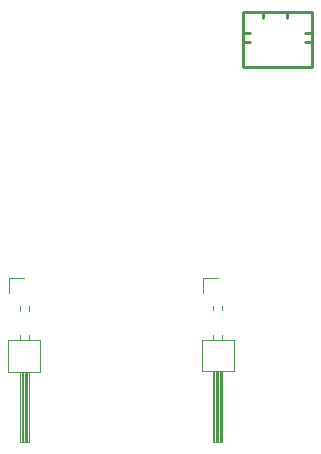
<source format=gbr>
%TF.GenerationSoftware,KiCad,Pcbnew,8.0.0*%
%TF.CreationDate,2024-08-24T04:45:33-07:00*%
%TF.ProjectId,sled,736c6564-2e6b-4696-9361-645f70636258,rev?*%
%TF.SameCoordinates,Original*%
%TF.FileFunction,Legend,Bot*%
%TF.FilePolarity,Positive*%
%FSLAX46Y46*%
G04 Gerber Fmt 4.6, Leading zero omitted, Abs format (unit mm)*
G04 Created by KiCad (PCBNEW 8.0.0) date 2024-08-24 04:45:33*
%MOMM*%
%LPD*%
G01*
G04 APERTURE LIST*
G04 Aperture macros list*
%AMHorizOval*
0 Thick line with rounded ends*
0 $1 width*
0 $2 $3 position (X,Y) of the first rounded end (center of the circle)*
0 $4 $5 position (X,Y) of the second rounded end (center of the circle)*
0 Add line between two ends*
20,1,$1,$2,$3,$4,$5,0*
0 Add two circle primitives to create the rounded ends*
1,1,$1,$2,$3*
1,1,$1,$4,$5*%
%AMRotRect*
0 Rectangle, with rotation*
0 The origin of the aperture is its center*
0 $1 length*
0 $2 width*
0 $3 Rotation angle, in degrees counterclockwise*
0 Add horizontal line*
21,1,$1,$2,0,0,$3*%
G04 Aperture macros list end*
%ADD10C,0.120000*%
%ADD11C,0.250000*%
%ADD12RotRect,1.700000X1.700000X268.000000*%
%ADD13HorizOval,1.700000X0.000000X0.000000X0.000000X0.000000X0*%
%ADD14R,1.700000X1.700000*%
%ADD15O,1.700000X1.700000*%
%ADD16R,1.000000X1.000000*%
%ADD17O,1.000000X1.000000*%
%ADD18C,3.800000*%
%ADD19C,1.600000*%
%ADD20R,1.600000X1.600000*%
%ADD21C,6.400000*%
G04 APERTURE END LIST*
D10*
%TO.C,SW3*%
X179476400Y-67806800D02*
X179476400Y-66536800D01*
X179476400Y-66536800D02*
X180746400Y-66536800D01*
X180366400Y-69303871D02*
X180366400Y-68916800D01*
X181126400Y-69303871D02*
X181126400Y-68916800D01*
X180366400Y-71786800D02*
X180366400Y-71389729D01*
X181126400Y-71786800D02*
X181126400Y-71389729D01*
X182076400Y-71786800D02*
X179416400Y-71786800D01*
X182076400Y-74446800D02*
X182076400Y-71786800D01*
X179416400Y-71786800D02*
X179416400Y-74446800D01*
X180366400Y-80446800D02*
X180366400Y-74446800D01*
X180426400Y-80446800D02*
X180426400Y-74446800D01*
X180546400Y-80446800D02*
X180546400Y-74446800D01*
X180666400Y-80446800D02*
X180666400Y-74446800D01*
X180786400Y-80446800D02*
X180786400Y-74446800D01*
X180906400Y-80446800D02*
X180906400Y-74446800D01*
X181026400Y-80446800D02*
X181026400Y-74446800D01*
X179416400Y-74446800D02*
X182076400Y-74446800D01*
X181126400Y-80446800D02*
X180366400Y-80446800D01*
X181126400Y-74446800D02*
X181126400Y-80446800D01*
%TO.C,SW2*%
X163068000Y-67857600D02*
X163068000Y-66587600D01*
X163068000Y-66587600D02*
X164338000Y-66587600D01*
X163958000Y-69354671D02*
X163958000Y-68967600D01*
X164718000Y-69354671D02*
X164718000Y-68967600D01*
X163958000Y-71837600D02*
X163958000Y-71440529D01*
X164718000Y-71837600D02*
X164718000Y-71440529D01*
X165668000Y-71837600D02*
X163008000Y-71837600D01*
X165668000Y-74497600D02*
X165668000Y-71837600D01*
X163008000Y-71837600D02*
X163008000Y-74497600D01*
X163958000Y-80497600D02*
X163958000Y-74497600D01*
X164018000Y-80497600D02*
X164018000Y-74497600D01*
X164138000Y-80497600D02*
X164138000Y-74497600D01*
X164258000Y-80497600D02*
X164258000Y-74497600D01*
X164378000Y-80497600D02*
X164378000Y-74497600D01*
X164498000Y-80497600D02*
X164498000Y-74497600D01*
X164618000Y-80497600D02*
X164618000Y-74497600D01*
X163008000Y-74497600D02*
X165668000Y-74497600D01*
X164718000Y-80497600D02*
X163958000Y-80497600D01*
X164718000Y-74497600D02*
X164718000Y-80497600D01*
D11*
%TO.C,BT3*%
X188635600Y-46559600D02*
X188125600Y-46559600D01*
X188635600Y-45789600D02*
X188125600Y-45789600D01*
X182925600Y-45859600D02*
X183425600Y-45859600D01*
X188725600Y-48749600D02*
X188735600Y-45829600D01*
X182835600Y-48749600D02*
X182835600Y-44059600D01*
X182835600Y-48749600D02*
X188725600Y-48749600D01*
X182835600Y-44059600D02*
X188735600Y-44049600D01*
X184575600Y-44559600D02*
X184575600Y-44049600D01*
X182925600Y-46619600D02*
X183425600Y-46619600D01*
X186605600Y-44559600D02*
X186605600Y-44049600D01*
X188735600Y-44049600D02*
X188735600Y-46079600D01*
%TD*%
%LPC*%
D12*
%TO.C,GPS1*%
X108971000Y-55626000D03*
D13*
X106432547Y-55537355D03*
%TD*%
D14*
%TO.C,BR1*%
X175920400Y-65176400D03*
D15*
X175920400Y-62636400D03*
X175920400Y-60096400D03*
X175920400Y-57556400D03*
X175920400Y-55016400D03*
X175920400Y-52476400D03*
%TD*%
D16*
%TO.C,BT2*%
X159461200Y-47498000D03*
D17*
X158191200Y-47498000D03*
%TD*%
D16*
%TO.C,BT1*%
X157327600Y-72644000D03*
D17*
X158597600Y-72644000D03*
%TD*%
D14*
%TO.C,SW4*%
X184404000Y-70351800D03*
%TD*%
%TO.C,SW3*%
X180746400Y-67806800D03*
D15*
X180746400Y-70346800D03*
%TD*%
D14*
%TO.C,SW2*%
X164338000Y-67857600D03*
D15*
X164338000Y-70397600D03*
%TD*%
D14*
%TO.C,SW1*%
X167995600Y-67857600D03*
D15*
X167995600Y-70397600D03*
%TD*%
%TO.C,LYRA1*%
X163128800Y-56581200D03*
X160588800Y-56581200D03*
X158048800Y-56581200D03*
D14*
X155508800Y-56581200D03*
%TD*%
%TO.C,J2*%
X232105200Y-67716400D03*
D15*
X232105200Y-70256400D03*
%TD*%
D14*
%TO.C,J1*%
X180746400Y-46837600D03*
D15*
X180746400Y-49377600D03*
%TD*%
D18*
%TO.C,H11*%
X210515200Y-73406000D03*
%TD*%
%TO.C,H10*%
X206146400Y-73406000D03*
%TD*%
%TO.C,H9*%
X221945200Y-73406000D03*
%TD*%
%TO.C,H8*%
X217474800Y-73406000D03*
%TD*%
%TO.C,H7*%
X199339200Y-73406000D03*
%TD*%
%TO.C,H6*%
X194919600Y-73406000D03*
%TD*%
D19*
%TO.C,BT3*%
X184725600Y-45869600D03*
D20*
X186725600Y-45869600D03*
%TD*%
D21*
%TO.C,H5*%
X121500000Y-67750000D03*
%TD*%
%TO.C,H4*%
X139416333Y-65335328D03*
%TD*%
%TO.C,H3*%
X113780646Y-53142541D03*
%TD*%
%TO.C,H2*%
X150532490Y-52126007D03*
%TD*%
%TO.C,H1*%
X168427502Y-52393444D03*
%TD*%
%LPD*%
M02*

</source>
